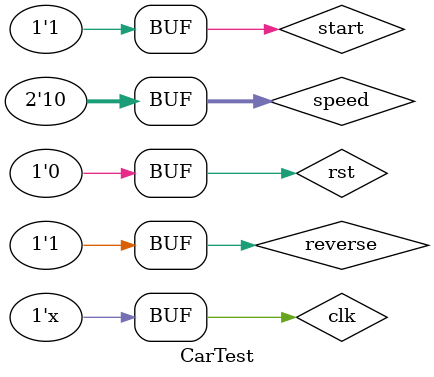
<source format=sv>
`timescale 1ns / 1ps


module CarTest();
    logic start;
    logic [1:0]speed;
    logic reverse;
    logic clk;
    logic rst;
    logic [3:0] outSpeed;
    logic clk_outt;
    
    CarSim cf(
        start,
        speed,
        reverse,
        clk,
        rst,
        outSpeed,
        clk_outt
        );
        
    initial
        begin
        clk = 0; rst = 1;  rst = 0; start = 0; speed = 2'b00; reverse = 0; #30 start = 1; speed = 2'b01; #100 speed = 2'b10; #100 speed = 2'b11; reverse = 1; #100 speed = 2'b10;
        
        end
        
   always #10 clk = ~clk;   
   
endmodule

</source>
